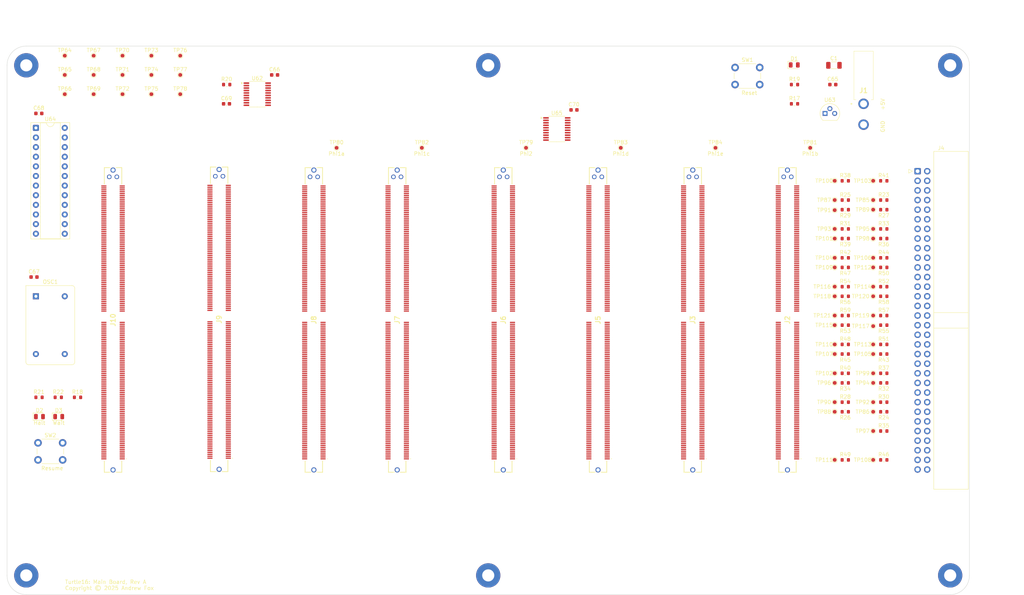
<source format=kicad_pcb>
(kicad_pcb (version 20241229) (generator "pcbnew") (generator_version "9.0")
  (title_block (title "Turtle16: Main Board") (date "2025-07-01") (rev "A") (comment 4 "Processor board of the Turtle16 sixteen-bit microcomputer"))
  (layers (0 "F.Cu" signal) (4 "In1.Cu" power) (6 "In2.Cu" signal) (8 "In3.Cu" power) (10 "In4.Cu" power) (12 "In5.Cu" signal) (14 "In6.Cu" power) (2 "B.Cu" signal) (13 "F.Paste" user) (15 "B.Paste" user) (5 "F.SilkS" user "F.Silkscreen") (7 "B.SilkS" user "B.Silkscreen") (1 "F.Mask" user) (3 "B.Mask" user) (25 "Edge.Cuts" user))
  (net 0 "")
  (net 1 "GND")
  (net 2 "VCC")
  (net 3 "/Clock/ButtonRC")
  (net 4 "Net-(D1-K)")
  (net 7 "/IO8")
  (net 8 "/IO6")
  (net 9 "/Addr2")
  (net 10 "/IO0")
  (net 11 "/Addr14")
  (net 12 "/Phi2")
  (net 13 "/~{RST_sync}")
  (net 14 "/IO1")
  (net 15 "/Addr7")
  (net 16 "/Phi1a")
  (net 17 "/Phi1b")
  (net 18 "/Phi1d")
  (net 19 "/IO13")
  (net 20 "/Addr13")
  (net 21 "/Addr8")
  (net 22 "/IO12")
  (net 23 "/Phi1c")
  (net 24 "/Addr1")
  (net 25 "/Addr5")
  (net 26 "/~{MemStore}")
  (net 27 "/~{MemLoad}")
  (net 28 "/Bank2")
  (net 29 "/IO15")
  (net 30 "/Addr4")
  (net 31 "/Addr15")
  (net 32 "/IO3")
  (net 33 "/Addr9")
  (net 34 "/Addr11")
  (net 35 "/Addr6")
  (net 36 "/IO4")
  (net 37 "/IO5")
  (net 38 "/IO11")
  (net 39 "/IO10")
  (net 40 "/Addr12")
  (net 41 "/IO7")
  (net 42 "/IO2")
  (net 45 "/Bank0")
  (net 46 "/IO14")
  (net 47 "/ControlModule/Ins_EX9")
  (net 48 "/ControlModule/Ctl_MEM15")
  (net 49 "/ControlModule/Ctl_MEM14")
  (net 50 "/ControlModule/Ins_EX6")
  (net 51 "/ControlModule/Ctl_EX14")
  (net 52 "/ControlModule/Ctl_EX16")
  (net 53 "/ControlModule/Ctl_EX8")
  (net 54 "/ControlModule/Ctl_EX13")
  (net 55 "/ControlModule/Ins_EX10")
  (net 56 "/ControlModule/Ins_EX2")
  (net 57 "/ControlModule/Ctl_EX9")
  (net 58 "/ControlModule/Ctl_EX1")
  (net 59 "/ControlModule/Ctl_EX15")
  (net 60 "/ControlModule/Ctl_EX19")
  (net 61 "/ControlModule/Ctl_EX10")
  (net 62 "/ControlModule/Ins_EX7")
  (net 63 "/ControlModule/Ctl_EX3")
  (net 64 "/ControlModule/Ins_EX4")
  (net 65 "/ControlModule/Ins_EX0")
  (net 66 "/ControlModule/Ctl_EX7")
  (net 67 "/ControlModule/Ctl_EX0")
  (net 68 "/ControlModule/Ins_EX1")
  (net 69 "/ControlModule/Ins_EX5")
  (net 70 "/ControlModule/Ctl_EX17")
  (net 71 "/ControlModule/Ctl_EX11")
  (net 72 "/ControlModule/Ctl_EX20")
  (net 73 "/ControlModule/Ctl_EX12")
  (net 74 "/ControlModule/Ins_EX3")
  (net 75 "/ControlModule/Ctl_EX4")
  (net 76 "/ControlModule/Ctl_EX5")
  (net 77 "/ControlModule/Ctl_EX6")
  (net 78 "/ControlModule/Ctl_EX18")
  (net 79 "/ControlModule/Ctl_EX2")
  (net 80 "/ControlModule/Ins_EX8")
  (net 81 "/EXModule/StoreOp_MEM5")
  (net 82 "/EXModule/StoreOp_MEM2")
  (net 83 "/EXModule/StoreOp_MEM0")
  (net 84 "/EXModule/StoreOp_MEM15")
  (net 85 "/EXModule/StoreOp_MEM4")
  (net 86 "/EXModule/StoreOp_MEM12")
  (net 87 "/EXModule/StoreOp_MEM8")
  (net 88 "/EXModule/StoreOp_MEM7")
  (net 89 "/EXModule/StoreOp_MEM13")
  (net 90 "/EXModule/StoreOp_MEM3")
  (net 91 "/EXModule/StoreOp_MEM1")
  (net 92 "/EXModule/StoreOp_MEM9")
  (net 93 "/EXModule/StoreOp_MEM10")
  (net 94 "/EXModule/StoreOp_MEM14")
  (net 95 "/EXModule/StoreOp_MEM11")
  (net 96 "/EXModule/StoreOp_MEM6")
  (net 97 "/BypassModule/Y_MEM8")
  (net 98 "/BypassModule/Y_MEM4")
  (net 100 "/MEMModule/PC12")
  (net 101 "/MEMModule/PC14")
  (net 102 "/MEMModule/PC1")
  (net 103 "/BypassModule/Y_MEM11")
  (net 104 "/BypassModule/Y_MEM12")
  (net 105 "/BypassModule/Y_MEM6")
  (net 106 "/BypassModule/Y_MEM5")
  (net 107 "/BypassModule/Y_MEM14")
  (net 108 "/BypassModule/Y_MEM2")
  (net 109 "/BypassModule/Y_MEM1")
  (net 110 "/BypassModule/Y_MEM9")
  (net 111 "/BypassModule/Y_MEM13")
  (net 112 "/BypassModule/Y_MEM10")
  (net 113 "/BypassModule/Y_MEM7")
  (net 114 "/BypassModule/Y_MEM3")
  (net 115 "/BypassModule/Y_MEM15")
  (net 116 "/BypassModule/Y_MEM0")
  (net 117 "/ControlModule/SelC_MEM0")
  (net 118 "/ControlModule/Ctl_MEM19")
  (net 119 "/MEMModule/Ctl_WB17")
  (net 120 "/MEMModule/SelC_WB0")
  (net 121 "/ControlModule/Ctl_MEM17")
  (net 122 "/ControlModule/Ctl_MEM20")
  (net 123 "/ControlModule/SelC_MEM2")
  (net 124 "/MEMModule/Ctl_WB19")
  (net 125 "/MEMModule/Ctl_WB18")
  (net 126 "/ControlModule/Ctl_MEM18")
  (net 127 "/MEMModule/SelC_WB2")
  (net 128 "/MEMModule/Ctl_WB20")
  (net 129 "/MEMModule/SelC_WB1")
  (net 130 "/ControlModule/SelC_MEM1")
  (net 134 "/ControlModule/STALL")
  (net 136 "/MEMModule/StoreOp_WB13")
  (net 137 "/MEMModule/StoreOp_WB0")
  (net 138 "/MEMModule/StoreOp_WB15")
  (net 139 "/MEMModule/StoreOp_WB7")
  (net 140 "/MEMModule/StoreOp_WB3")
  (net 141 "/MEMModule/StoreOp_WB8")
  (net 142 "/MEMModule/StoreOp_WB11")
  (net 143 "/MEMModule/StoreOp_WB14")
  (net 144 "/MEMModule/StoreOp_WB1")
  (net 145 "/MEMModule/StoreOp_WB9")
  (net 146 "/MEMModule/StoreOp_WB4")
  (net 147 "/MEMModule/StoreOp_WB5")
  (net 148 "/MEMModule/StoreOp_WB2")
  (net 149 "/MEMModule/StoreOp_WB6")
  (net 150 "/MEMModule/StoreOp_WB12")
  (net 151 "/MEMModule/StoreOp_WB10")
  (net 152 "/MEMModule/Y_WB15")
  (net 153 "/MEMModule/Y_WB10")
  (net 154 "/MEMModule/Y_WB1")
  (net 155 "/MEMModule/Y_WB5")
  (net 156 "/MEMModule/Y_WB11")
  (net 157 "/MEMModule/Y_WB12")
  (net 158 "/MEMModule/Y_WB8")
  (net 159 "/MEMModule/Y_WB2")
  (net 160 "/MEMModule/Y_WB3")
  (net 161 "/MEMModule/Y_WB13")
  (net 162 "/MEMModule/Y_WB4")
  (net 163 "/MEMModule/Y_WB9")
  (net 164 "/MEMModule/Y_WB7")
  (net 165 "/MEMModule/Y_WB6")
  (net 166 "/MEMModule/Y_WB0")
  (net 167 "/MEMModule/Y_WB14")
  (net 168 "/ControlModule/Ins_ID11")
  (net 169 "/ControlModule/Z")
  (net 170 "/ControlModule/Ins_ID13")
  (net 171 "/ControlModule/Ins_ID14")
  (net 172 "/ControlModule/N")
  (net 173 "/ControlModule/Carry")
  (net 174 "/ControlModule/OVF")
  (net 175 "/ControlModule/Ins_ID15")
  (net 176 "/ControlModule/Ins_ID12")
  (net 177 "/BypassModule/FWD_MEM_TO_A")
  (net 178 "/BypassModule/FWD_EX_TO_B")
  (net 179 "/BypassModule/FWD_EX_TO_A")
  (net 180 "/BypassModule/FWD_B")
  (net 181 "/BypassModule/FWD_A")
  (net 182 "/BypassModule/FWD_MEM_TO_B")
  (net 183 "/ControlModule/Ins_ID5")
  (net 184 "/ControlModule/Ins_ID6")
  (net 185 "/ControlModule/Ins_ID7")
  (net 186 "/ControlModule/Ins_ID4")
  (net 187 "/ControlModule/Ins_ID2")
  (net 188 "/ControlModule/Ins_ID3")
  (net 189 "/ControlModule/Ins_ID1")
  (net 190 "/ControlModule/Ins_ID0")
  (net 191 "/ControlModule/Ins_ID9")
  (net 192 "/ControlModule/Ins_ID10")
  (net 193 "/ControlModule/Ins_ID8")
  (net 194 "/MEMModule/PC15")
  (net 195 "/MEMModule/PC7")
  (net 196 "/MEMModule/PC8")
  (net 197 "/MEMModule/PC11")
  (net 198 "/MEMModule/PC3")
  (net 199 "/MEMModule/PC10")
  (net 200 "/MEMModule/PC9")
  (net 201 "/MEMModule/PC0")
  (net 202 "/MEMModule/PC4")
  (net 203 "/MEMModule/PC6")
  (net 204 "/Bank1")
  (net 205 "/Addr3")
  (net 206 "/MEMModule/PC13")
  (net 207 "/MEMModule/PC2")
  (net 208 "/MEMModule/PC5")
  (net 215 "/BypassModule/RegisterA9")
  (net 216 "/BypassModule/RegisterA14")
  (net 217 "/BypassModule/RegisterA7")
  (net 218 "/BypassModule/RegisterA1")
  (net 219 "/BypassModule/RegisterA13")
  (net 220 "/BypassModule/RegisterA5")
  (net 221 "/BypassModule/RegisterA3")
  (net 222 "/BypassModule/RegisterA6")
  (net 223 "/BypassModule/RegisterA11")
  (net 224 "/BypassModule/RegisterA4")
  (net 225 "/BypassModule/RegisterA8")
  (net 226 "/BypassModule/RegisterA2")
  (net 227 "/BypassModule/RegisterA10")
  (net 228 "/BypassModule/RegisterA15")
  (net 229 "/BypassModule/RegisterA12")
  (net 230 "/BypassModule/RegisterA0")
  (net 231 "/BypassModule/RegisterB2")
  (net 232 "/BypassModule/RegisterB10")
  (net 233 "/BypassModule/RegisterB9")
  (net 234 "/BypassModule/RegisterB4")
  (net 235 "/BypassModule/RegisterB7")
  (net 236 "/BypassModule/RegisterB13")
  (net 237 "/BypassModule/RegisterB0")
  (net 238 "/BypassModule/RegisterB3")
  (net 239 "/BypassModule/RegisterB8")
  (net 240 "/BypassModule/RegisterB1")
  (net 241 "/BypassModule/RegisterB11")
  (net 242 "/BypassModule/RegisterB15")
  (net 243 "/BypassModule/RegisterB12")
  (net 244 "/BypassModule/RegisterB6")
  (net 245 "/BypassModule/RegisterB5")
  (net 246 "/BypassModule/RegisterB14")
  (net 247 "/BypassModule/Y_EX15")
  (net 248 "/BypassModule/B7")
  (net 249 "/BypassModule/B1")
  (net 250 "/BypassModule/B6")
  (net 251 "/BypassModule/B9")
  (net 252 "/BypassModule/B14")
  (net 253 "/BypassModule/B11")
  (net 254 "/BypassModule/B10")
  (net 255 "/BypassModule/B3")
  (net 256 "/BypassModule/B5")
  (net 257 "/BypassModule/B8")
  (net 258 "/BypassModule/B15")
  (net 259 "/BypassModule/B12")
  (net 260 "/BypassModule/B0")
  (net 261 "/BypassModule/B13")
  (net 262 "/BypassModule/B4")
  (net 263 "/BypassModule/B2")
  (net 264 "/EXModule/PC_EX13")
  (net 265 "/EXModule/PC_EX14")
  (net 266 "/EXModule/PC_EX10")
  (net 267 "/EXModule/PC_EX5")
  (net 268 "/EXModule/PC_EX2")
  (net 269 "/EXModule/PC_EX8")
  (net 270 "/EXModule/PC_EX3")
  (net 271 "/EXModule/PC_EX9")
  (net 272 "/EXModule/PC_EX0")
  (net 273 "/EXModule/PC_EX4")
  (net 274 "/EXModule/PC_EX15")
  (net 275 "/EXModule/PC_EX11")
  (net 276 "/EXModule/PC_EX6")
  (net 277 "/EXModule/PC_EX7")
  (net 278 "/EXModule/PC_EX12")
  (net 279 "/EXModule/PC_EX1")
  (net 280 "/BypassModule/A3")
  (net 281 "/BypassModule/Y_EX11")
  (net 282 "/BypassModule/A11")
  (net 283 "/BypassModule/Y_EX13")
  (net 284 "/BypassModule/Y_EX0")
  (net 285 "/BypassModule/Y_EX8")
  (net 286 "/BypassModule/Y_EX3")
  (net 287 "/BypassModule/A10")
  (net 288 "/BypassModule/A0")
  (net 289 "/BypassModule/A7")
  (net 290 "/BypassModule/Y_EX4")
  (net 291 "/BypassModule/Y_EX5")
  (net 292 "/BypassModule/A2")
  (net 293 "/BypassModule/Y_EX12")
  (net 294 "/BypassModule/A1")
  (net 295 "/BypassModule/A6")
  (net 296 "/BypassModule/A15")
  (net 297 "/BypassModule/A12")
  (net 298 "/BypassModule/A13")
  (net 299 "/BypassModule/Y_EX2")
  (net 300 "/BypassModule/A5")
  (net 301 "/BypassModule/Y_EX14")
  (net 302 "/BypassModule/A9")
  (net 303 "/BypassModule/Y_EX1")
  (net 304 "/BypassModule/A4")
  (net 305 "/BypassModule/A14")
  (net 306 "/BypassModule/A8")
  (net 307 "/BypassModule/Y_EX10")
  (net 308 "/BypassModule/Y_EX7")
  (net 309 "/BypassModule/Y_EX6")
  (net 310 "/BypassModule/Y_EX9")
  (net 311 "/ControlModule/Ctl_MEM16")
  (net 316 "/Clock/PowerLED")
  (net 317 "/Clock/HaltLED")
  (net 318 "/Phi1e")
  (net 319 "Net-(D2-K)")
  (net 320 "Net-(D3-K)")
  (net 321 "/Clock/WaitLED")
  (net 322 "/Phi2_Bus")
  (net 323 "/~{HLT_Bus}")
  (net 324 "/Phi1_Bus")
  (net 326 "/Clock/RawClock")
  (net 327 "Net-(U63-VDD)")
  (net 328 "Net-(R18-Pad2)")
  (net 329 "/Clock/Button0")
  (net 330 "/Phi2u")
  (net 331 "/Clock/Phi0")
  (net 332 "/Phi1u")
  (net 333 "/Clock/~{RST_async}")
  (net 334 "/Clock/Phi1_0")
  (net 335 "/Clock/Phi2_0")
  (net 336 "/Clock/{slash}RST_sync0")
  (net 351 "/Addr10")
  (net 352 "/IO9")
  (net 353 "/Addr0")
  (net 354 "/MEMModule/Ins_IF0")
  (net 355 "/MEMModule/Ins_IF1")
  (net 356 "/MEMModule/Ins_IF2")
  (net 357 "/MEMModule/Ins_IF3")
  (net 358 "/MEMModule/Ins_IF4")
  (net 359 "/MEMModule/Ins_IF5")
  (net 360 "/MEMModule/Ins_IF6")
  (net 361 "/MEMModule/Ins_IF7")
  (net 362 "/MEMModule/Ins_IF8")
  (net 363 "/MEMModule/Ins_IF9")
  (net 364 "/MEMModule/Ins_IF10")
  (net 365 "/MEMModule/Ins_IF11")
  (net 366 "/MEMModule/Ins_IF12")
  (net 367 "/MEMModule/Ins_IF13")
  (net 368 "/MEMModule/Ins_IF14")
  (net 369 "/MEMModule/Ins_IF15")
  (net 370 "/MEMModule/FLUSH_IF")
  (footprint "TestPoint:TestPoint_Pad_D1.0mm" (layer "F.Cu") (at 261.62 96.52)
    (property "Reference" "TP106")
    (property "Value" "Addr9")
  )
  (footprint "MountingHole:MountingHole_3.2mm_M3_Pad" (layer "F.Cu") (at 160.02 45.72)
    (property "Reference" "H5" (hide yes))
    (property "Value" "MountingHole_Pad")
  )
  (footprint "LED_SMD:LED_0805_2012Metric" (layer "F.Cu") (at 41.5775 138.43)
    (property "Reference" "D2")
    (property "Value" "Halt")
  )
  (footprint "Turtle16:MEC514001LDVW1K" (layer "F.Cu") (at 239 112.925 90)
    (property "Reference" "J2")
    (property "Value" "MEC5-140-01-L-DV-W1-K" (hide yes))
  )
  (footprint "TestPoint:TestPoint_Pad_D1.0mm" (layer "F.Cu") (at 261.62 149.86)
    (property "Reference" "TP108")
    (property "Value" "~{MemStore}")
  )
  (footprint "MountingHole:MountingHole_3.2mm_M3_Pad" (layer "F.Cu") (at 38.1 45.72)
    (property "Reference" "H1" (hide yes))
    (property "Value" "MountingHole_Pad")
  )
  (footprint "Turtle16:MEC514001LDVW1K" (layer "F.Cu") (at 61 112.925 90)
    (property "Reference" "J10")
    (property "Value" "MEC5-140-01-L-DV-W1-K" (hide yes))
  )
  (footprint "TestPoint:TestPoint_Pad_D1.0mm" (layer "F.Cu") (at 251.46 129.54 180)
    (property "Reference" "TP96")
    (property "Value" "IO5")
  )
  (footprint "Resistor_SMD:R_0603_1608Metric" (layer "F.Cu") (at 264.414 121.92)
    (property "Reference" "R43")
    (property "Value" "10K")
  )
  (footprint "TestPoint:TestPoint_Pad_D1.0mm" (layer "F.Cu") (at 142.5 67.5)
    (property "Reference" "TP82")
    (property "Value" "Phi1c")
  )
  (footprint "Turtle16:MEC514001LDVW1K" (layer "F.Cu") (at 164 112.925 90)
    (property "Reference" "J6")
    (property "Value" "MEC5-140-01-L-DV-W1-K" (hide yes))
  )
  (footprint "TestPoint:TestPoint_Pad_D1.0mm" (layer "F.Cu") (at 120 67.5)
    (property "Reference" "TP80")
    (property "Value" "Phi1a")
  )
  (footprint "Resistor_SMD:R_0603_1608Metric" (layer "F.Cu") (at 254.254 99.06)
    (property "Reference" "R47")
    (property "Value" "10K")
  )
  (footprint "Capacitor_SMD:C_0603_1608Metric" (layer "F.Cu") (at 250.965 50.8)
    (property "Reference" "C65")
    (property "Value" "0.1uF")
  )
  (footprint "TestPoint:TestPoint_Pad_D1.0mm" (layer "F.Cu") (at 48.26 48.26)
    (property "Reference" "TP65")
    (property "Value" "~{RST_sync}")
  )
  (footprint "TestPoint:TestPoint_Pad_D1.0mm" (layer "F.Cu") (at 261.62 106.68 180)
    (property "Reference" "TP120")
    (property "Value" "Addr15")
  )
  (footprint "TestPoint:TestPoint_Pad_D1.0mm" (layer "F.Cu") (at 251.46 91.44 180)
    (property "Reference" "TP101")
    (property "Value" "Addr7")
  )
  (footprint "TestPoint:TestPoint_Pad_D1.0mm" (layer "F.Cu") (at 251.46 76.2)
    (property "Reference" "TP100")
    (property "Value" "Bank1")
  )
  (footprint "TestPoint:TestPoint_Pad_D1.0mm" (layer "F.Cu") (at 261.62 127)
    (property "Reference" "TP99")
    (property "Value" "IO6")
  )
  (footprint "Package_SO:TSSOP-20_4.4x6.5mm_P0.65mm" (layer "F.Cu") (at 99.06 53.34)
    (property "Reference" "U62")
    (property "Value" "74AHCT245")
  )
  (footprint "Turtle16:MEC514001LDVW1K" (layer "F.Cu") (at 114 112.925 90)
    (property "Reference" "J8")
    (property "Value" "MEC5-140-01-L-DV-W1-K" (hide yes))
  )
  (footprint "Resistor_SMD:R_0603_1608Metric" (layer "F.Cu") (at 264.414 96.52)
    (property "Reference" "R44")
    (property "Value" "10K")
  )
  (footprint "Resistor_SMD:R_0603_1608Metric" (layer "F.Cu") (at 254.254 114.3)
    (property "Reference" "R53")
    (property "Value" "10K")
  )
  (footprint "Resistor_SMD:R_0603_1608Metric" (layer "F.Cu") (at 254.254 104.14)
    (property "Reference" "R54")
    (property "Value" "10K")
  )
  (footprint "MountingHole:MountingHole_3.2mm_M3_Pad" (layer "F.Cu") (at 281.94 45.72)
    (property "Reference" "H4" (hide yes))
    (property "Value" "MountingHole_Pad")
  )
  (footprint "TestPoint:TestPoint_Pad_D1.0mm" (layer "F.Cu") (at 251.46 127)
    (property "Reference" "TP102")
    (property "Value" "IO7")
  )
  (footprint "Resistor_SMD:R_0603_1608Metric" (layer "F.Cu") (at 264.414 142.24)
    (property "Reference" "R35")
    (property "Value" "10K")
  )
  (footprint "TestPoint:TestPoint_Pad_D1.0mm" (layer "F.Cu") (at 251.46 83.947 180)
    (property "Reference" "TP91")
    (property "Value" "Addr3")
  )
  (footprint "Resistor_SMD:R_0603_1608Metric" (layer "F.Cu") (at 264.414 106.68)
    (property "Reference" "R58")
    (property "Value" "10K")
  )
  (footprint "TestPoint:TestPoint_Pad_D1.0mm" (layer "F.Cu") (at 261.62 142.24)
    (property "Reference" "TP97")
    (property "Value" "Bank0")
  )
  (footprint "Resistor_SMD:R_0603_1608Metric" (layer "F.Cu") (at 264.414 119.38)
    (property "Reference" "R51")
    (property "Value" "10K")
  )
  (footprint "TestPoint:TestPoint_Pad_D1.0mm" (layer "F.Cu") (at 251.46 99.06 180)
    (property "Reference" "TP109")
    (property "Value" "Addr10")
  )
  (footprint "Resistor_SMD:R_0603_1608Metric" (layer "F.Cu") (at 254.254 76.2)
    (property "Reference" "R38")
    (property "Value" "10K")
  )
  (footprint "TestPoint:TestPoint_Pad_D1.0mm" (layer "F.Cu") (at 55.88 43.18)
    (property "Reference" "TP67")
    (property "Value" "Phi2")
  )
  (footprint "Resistor_SMD:R_0603_1608Metric" (layer "F.Cu") (at 254.254 149.86)
    (property "Reference" "R49")
    (property "Value" "1K")
  )
  (footprint "Button_Switch_THT:SW_PUSH_6mm_H5mm" (layer "F.Cu") (at 225.17 46.3)
    (property "Reference" "SW1")
    (property "Value" "Reset")
  )
  (footprint "TestPoint:TestPoint_Pad_D1.0mm" (layer "F.Cu") (at 261.62 104.14)
    (property "Reference" "TP114")
    (property "Value" "Addr12")
  )
  (footprint "TestPoint:TestPoint_Pad_D1.0mm" (layer "F.Cu") (at 251.46 121.92 180)
    (property "Reference" "TP107")
    (property "Value" "IO9")
  )
  (footprint "TestPoint:TestPoint_Pad_D1.0mm" (layer "F.Cu") (at 261.62 88.9)
    (property "Reference" "TP95")
    (property "Value" "Addr5")
  )
  (footprint "Resistor_SMD:R_0603_1608Metric" (layer "F.Cu") (at 254.254 83.82)
    (property "Reference" "R29")
    (property "Value" "10K")
  )
  (footprint "TestPoint:TestPoint_Pad_D1.0mm" (layer "F.Cu") (at 261.62 121.92 180)
    (property "Reference" "TP105")
    (property "Value" "IO8")
  )
  (footprint "TestPoint:TestPoint_Pad_D1.0mm" (layer "F.Cu") (at 78.74 53.34)
    (property "Reference" "TP78")
    (property "Value" "TP")
  )
  (footprint "Resistor_SMD:R_0603_1608Metric" (layer "F.Cu") (at 254.254 96.52)
    (property "Reference" "R42")
    (property "Value" "10K")
  )
  (footprint "Resistor_SMD:R_0603_1608Metric" (layer "F.Cu") (at 264.414 149.86)
    (property "Reference" "R46")
    (property "Value" "1K")
  )
  (footprint "Package_DIP:DIP-24_W7.62mm_Socket" (layer "F.Cu") (at 40.64 62.23)
    (property "Reference" "U64")
    (property "Value" "ATF22V10C")
  )
  (footprint "MountingHole:MountingHole_3.2mm_M3_Pad" (layer "F.Cu") (at 160.02 180.34)
    (property "Reference" "H6" (hide yes))
    (property "Value" "MountingHole_Pad")
  )
  (footprint "Turtle16:MEC514001LDVW1K" (layer "F.Cu") (at 214 112.925 90)
    (property "Reference" "J3")
    (property "Value" "MEC5-140-01-L-DV-W1-K" (hide yes))
  )
  (footprint "TestPoint:TestPoint_Pad_D1.0mm" (layer "F.Cu") (at 195 67.5)
    (property "Reference" "TP83")
    (property "Value" "Phi1d")
  )
  (footprint "TestPoint:TestPoint_Pad_D1.0mm" (layer "F.Cu") (at 261.62 111.76)
    (property "Reference" "TP119")
    (property "Value" "IO14")
  )
  (footprint "TestPoint:TestPoint_Pad_D1.0mm" (layer "F.Cu") (at 251.46 106.68 180)
    (property "Reference" "TP118")
    (property "Value" "Addr14")
  )
  (footprint "Resistor_SMD:R_0603_1608Metric" (layer "F.Cu") (at 264.414 83.82)
    (property "Reference" "R27")
    (property "Value" "10K")
  )
  (footprint "Capacitor_SMD:C_0603_1608Metric" (layer "F.Cu") (at 41.415 58.42)
    (property "Reference" "C68")
    (property "Value" "0.1uF")
  )
  (footprint "Resistor_SMD:R_0603_1608Metric" (layer "F.Cu") (at 254.254 121.92)
    (property "Reference" "R45")
    (property "Value" "10K")
  )
  (footprint "TestPoint:TestPoint_Pad_D1.0mm" (layer "F.Cu") (at 63.5 53.34)
    (property "Reference" "TP72")
    (property "Value" "Phi1")
  )
  (footprint "TestPoint:TestPoint_Pad_D1.0mm" (layer "F.Cu") (at 220 67.5)
    (property "Reference" "TP84")
    (property "Value" "Phi1e")
  )
  (footprint "TestPoint:TestPoint_Pad_D1.0mm" (layer "F.Cu") (at 63.5 48.26)
    (property "Reference" "TP71")
    (property "Value" "Phi2")
  )
  (footprint "TestPoint:TestPoint_Pad_D1.0mm" (layer "F.Cu") (at 48.26 43.18)
    (property "Reference" "TP64")
    (property "Value" "RawClock")
  )
  (footprint "TestPoint:TestPoint_Pad_D1.0mm" (layer "F.Cu") (at 261.62 119.38)
    (property "Reference" "TP113")
    (property "Value" "IO11")
  )
  (footprint "Resistor_SMD:R_0603_1608Metric" (layer "F.Cu") (at 240.855 55.88)
    (property "Reference" "R17")
    (property "Value" "1K")
  )
  (footprint "TestPoint:TestPoint_Pad_D1.0mm" (layer "F.Cu") (at 261.62 99.06 180)
    (property "Reference" "TP112")
    (property "Value" "Addr11")
  )
  (footprint "TestPoint:TestPoint_Pad_D1.0mm" (layer "F.Cu") (at 71.12 53.34)
    (property "Reference" "TP75")
    (property "Value" "~")
  )
  (footprint "Resistor_SMD:R_0603_1608Metric" (layer "F.Cu") (at 264.414 114.3)
    (property "Reference" "R55")
    (property "Value" "10K")
  )
  (footprint "TestPoint:TestPoint_Pad_D1.0mm" (layer "F.Cu") (at 78.74 48.26)
    (property "Reference" "TP77")
    (property "Value" "TP")
  )
  (footprint "Capacitor_SMD:C_0603_1608Metric" (layer "F.Cu") (at 103.645 48.26)
    (property "Reference" "C66")
    (property "Value" "0.1uF")
  )
  (footprint "TestPoint:TestPoint_Pad_D1.0mm" (layer "F.Cu") (at 251.46 149.86)
    (property "Reference" "TP111")
    (property "Value" "~{MemLoad}")
  )
  (footprint "Capacitor_SMD:C_0603_1608Metric" (layer "F.Cu") (at 182.6514 57.4918)
    (property "Reference" "C70")
    (property "Value" "0.1uF")
  )
  (footprint "TestPoint:TestPoint_Pad_D1.0mm" (layer "F.Cu") (at 261.62 114.554 180)
    (property "Reference" "TP117")
    (property "Value" "IO13")
  )
  (footprint "TestPoint:TestPoint_Pad_D1.0mm" (layer "F.Cu") (at 261.62 83.82 180)
    (property "Reference" "TP89")
    (property "Value" "Addr2")
  )
  (footprint "TestPoint:TestPoint_Pad_D1.0mm" (layer "F.Cu") (at 55.88 48.26)
    (property "Reference" "TP68")
    (property "Value" "Phi0")
  )
  (footprint "TestPoint:TestPoint_Pad_D1.0mm" (layer "F.Cu") (at 55.88 53.34)
    (property "Reference" "TP69")
    (property "Value" "Phi1")
  )
  (footprint "TestPoint:TestPoint_Pad_D1.0mm" (layer "F.Cu") (at 251.46 111.76)
    (property "Reference" "TP121")
    (property "Value" "IO15")
  )
  (footprint "LED_SMD:LED_0805_2012Metric" (layer "F.Cu") (at 240.79 45.6178)
    (property "Reference" "D1")
    (property "Value" "Power OK")
  )
  (footprint "TestPoint:TestPoint_Pad_D1.0mm" (layer "F.Cu") (at 63.5 43.18)
    (property "Reference" "TP70")
    (property "Value" "Phi2")
  )
  (footprint "Resistor_SMD:R_0603_1608Metric" (layer "F.Cu") (at 264.414 99.06)
    (property "Reference" "R50")
    (property "Value" "10K")
  )
  (footprint "MountingHole:MountingHole_3.2mm_M3_Pad" (layer "F.Cu") (at 38.1 180.34)
    (property "Reference" "H3" (hide yes))
    (property "Value" "MountingHole_Pad")
  )
  (footprint "Resistor_SMD:R_0603_1608Metric" (layer "F.Cu") (at 254.254 106.68)
    (property "Reference" "R56")
    (property "Value" "10K")
  )
  (footprint "TestPoint:TestPoint_Pad_D1.0mm" (layer "F.Cu") (at 261.62 134.62)
    (property "Reference" "TP92")
    (property "Value" "IO3")
  )
  (footprint "Resistor_SMD:R_0603_1608Metric" (layer "F.Cu") (at 264.414 134.62)
    (property "Reference" "R30")
    (property "Value" "10K")
  )
  (footprint "Resistor_SMD:R_0603_1608Metric" (layer "F.Cu") (at 254.254 111.76)
    (property "Reference" "R59")
    (property "Value" "10K")
  )
  (footprint "Turtle16:MEC514001LDVW1K" (layer "F.Cu") (at 189 112.925 90)
    (property "Reference" "J5")
    (property "Value" "MEC5-140-01-L-DV-W1-K" (hide yes))
  )
  (footprint "TestPoint:TestPoint_Pad_D1.0mm" (layer "F.Cu") (at 251.46 114.3 180)
    (property "Reference" "TP115")
    (property "Value" "IO12")
  )
  (footprint "TestPoint:TestPoint_Pad_D1.0mm" (layer "F.Cu") (at 251.46 137.16 180)
    (property "Reference" "TP88")
    (property "Value" "IO1")
  )
  (footprint "Connector_IDC:IDC-Header_2x32_P2.54mm_Horizontal" (layer "F.Cu") (at 273.339 73.66)
    (property "Reference" "J4")
    (property "Value" "71922-164LF")
  )
  (footprint "Package_SO:TSSOP-20_4.4x6.5mm_P0.65mm" (layer "F.Cu") (at 178.1225 62.525)
    (property "Reference" "U65")
    (property "Value" "74AHCT245")
  )
  (footprint "Resistor_SMD:R_0603_1608Metric" (layer "F.Cu") (at 46.545 133.35)
    (property "Reference" "R22")
    (property "Value" "270R")
  )
  (footprint "TestPoint:TestPoint_Pad_D1.0mm" (layer "F.Cu") (at 251.46 81.28)
    (property "Reference" "TP87")
    (property "Value" "Addr1")
  )
  (footprint "TestPoint:TestPoint_Pad_D1.0mm" (layer "F.Cu") (at 261.62 76.2)
    (property "Reference" "TP103")
    (property "Value" "Bank2")
  )
  (footprint "Package_TO_SOT_THT:TO-92" (layer "F.Cu") (at 248.92 58.42)
    (property "Reference" "U63")
    (property "Value" "MCP100-450D")
  )
  (footprint "TestPoint:TestPoint_Pad_D1.0mm" (layer "F.Cu") (at 251.46 96.52)
    (property "Reference" "TP104")
    (property "Value" "Addr8")
  )
  (footprint "Resistor_SMD:R_0603_1608Metric" (layer "F.Cu") (at 264.414 104.14)
    (property "Reference" "R52")
    (property "Value" "10K")
  )
  (footprint "TestPoint:TestPoint_Pad_D1.0mm" (layer "F.Cu") (at 48.26 53.34)
    (property "Reference" "TP66")
    (property "Value" "Debounced")
  )
  (footprint "TestPoint:TestPoint_Pad_D1.0mm" (layer "F.Cu") (at 170 67.5)
    (property "Reference" "TP79")
    (property "Value" "Phi2")
  )
  (footprint "LED_SMD:LED_0805_2012Metric" (layer "F.Cu") (at 46.6575 138.43)
    (property "Reference" "D3")
    (property "Value" "Wait")
  )
  (footprint "Resistor_SMD:R_0603_1608Metric" (layer "F.Cu") (at 254.254 129.54)
    (property "Reference" "R34")
    (property "Value" "10K")
  )
  (footprint "Resistor_SMD:R_0603_1608Metric" (layer "F.Cu") (at 264.414 88.9)
    (property "Reference" "R33")
    (property "Value" "10K")
  )
  (footprint "Resistor_SMD:R_0603_1608Metric" (layer "F.Cu") (at 264.414 111.76)
    (property "Reference" "R57")
    (property "Value" "10K")
  )
  (footprint "Capacitor_SMD:C_1206_3216Metric" (layer "F.Cu") (at 251.255 45.72)
    (property "Reference" "C1")
    (property "Value" "100uF")
  )
  (footprint "TestPoint:TestPoint_Pad_D1.0mm" (layer "F.Cu") (at 261.62 137.16 180)
    (property "Reference" "TP86")
    (property "Value" "IO0")
  )
  (footprint "Capacitor_SMD:C_0603_1608Metric" (layer "F.Cu") (at 40.145 101.6)
    (property "Reference" "C67")
    (property "Value" "0.1uF")
  )
  (footprint "Resistor_SMD:R_0603_1608Metric" (layer "F.Cu") (at 254.254 91.44)
    (property "Reference" "R39")
    (property "Value" "10K")
  )
  (footprint "Resistor_SMD:R_0603_1608Metric" (layer "F.Cu") (at 90.995 50.8)
    (property "Reference" "R20")
    (property "Value" "1K")
  )
  (footprint "TestPoint:TestPoint_Pad_D1.0mm" (layer "F.Cu") (at 251.46 104.14)
    (property "Reference" "TP116")
    (property "Value" "Addr13")
  )
  (footprint "TestPoint:TestPoint_Pad_D1.0mm" (layer "F.Cu") (at 251.46 88.9)
    (property "Reference" "TP93")
    (property "Value" "Addr4")
  )
  (footprint "TestPoint:TestPoint_Pad_D1.0mm" (layer "F.Cu") (at 251.46 119.38)
    (property "Reference" "TP110")
    (property "Value" "IO10")
  )
  (footprint "Button_Switch_THT:SW_PUSH_6mm_H5mm" (layer "F.Cu") (at 41.2 145.36)
    (property "Reference" "SW2")
    (property "Value" "Resume")
  )
  (footprint "TestPoint:TestPoint_Pad_D1.0mm" (layer "F.Cu") (at 261.62 91.44 180)
    (property "Reference" "TP98")
    (property "Value" "Addr6")
  )
  (footprint "Resistor_SMD:R_0603_1608Metric" (layer "F.Cu") (at 41.465 133.35)
    (property "Reference" "R21")
    (property "Value" "270R")
  )
  (footprint "Resistor_SMD:R_0603_1608Metric" (layer "F.Cu") (at 264.414 81.28)
    (property "Reference" "R23")
    (property "Value" "10K")
  )
  (footprint "Resistor_SMD:R_0603_1608Metric" (layer "F.Cu") (at 254.254 137.16)
    (property "Reference" "R26")
    (property "Value" "10K")
  )
  (footprint "Resistor_SMD:R_0603_1608Metric" (layer "F.Cu") (at 254.254 134.62)
    (property "Reference" "R28")
    (property "Value" "10K")
  )
  (footprint "Resistor_SMD:R_0603_1608Metric" (layer "F.Cu") (at 254.254 88.9)
    (property "Reference" "R31")
    (property "Value" "10K")
  )
  (footprint "Resistor_SMD:R_0603_1608Metric" (layer "F.Cu") (at 264.414 76.2)
    (property "Reference" "R41")
    (property "Value" "10K")
  )
  (footprint "Turtle16:172448-0002" (layer "F.Cu") (at 259.08 55.88 180)
    (property "Reference" "J1")
    (property "Value" "Power" (hide yes))
  )
  (footprint "Resistor_SMD:R_0603_1608Metric" (layer "F.Cu") (at 264.414 127)
    (property "Reference" "R37")
    (property "Value" "10K")
  )
  (footprint "TestPoint:TestPoint_Pad_D1.0mm" (layer "F.Cu") (at 261.62 81.28)
    (property "Reference" "TP85")
    (property "Value" "Addr0")
  )
  (footprint "Turtle16:MEC514001LDVW1K" (layer "F.Cu") (at 89 112.765 90)
    (property "Reference" "J9")
    (property "Value" "MEC5-140-01-L-DV-W1-K" (hide yes))
  )
  (footprint "Resistor_SMD:R_0603_1608Metric" (layer "F.Cu") (at 254.254 119.38)
    (property "Reference" "R48")
    (property "Value" "10K")
  )
  (footprint "Resistor_SMD:R_0603_1608Metric" (layer "F.Cu") (at 264.414 137.16)
    (property "Reference" "R24")
    (property "Value" "10K")
  )
  (footprint "Resistor_SMD:R_0603_1608Metric" (layer "F.Cu") (at 254.254 81.28 180)
    (property "Reference" "R25")
    (property "Value" "10K")
  )
  (footprint "Resistor_SMD:R_0603_1608Metric" (layer "F.Cu") (at 264.414 91.44)
    (property "Reference" "R36")
    (property "Value" "10K")
  )
  (footprint "MountingHole:MountingHole_3.2mm_M3_Pad" (layer "F.Cu") (at 281.94 180.34)
    (property "Reference" "H2" (hide yes))
    (property "Value" "MountingHole_Pad")
  )
  (footprint "TestPoint:TestPoint_Pad_D1.0mm" (layer "F.Cu") (at 71.12 48.26)
    (property "Reference" "TP74")
    (property "Value" "Resume")
  )
  (footprint "Resistor_SMD:R_0603_1608Metric" (layer "F.Cu") (at 264.414 129.54)
    (property "Reference" "R32")
    (property "Value" "10K")
  )
  (footprint "Resistor_SMD:R_0603_1608Metric" (layer "F.Cu") (at 240.855 50.8)
    (property "Reference" "R19")
    (property "Value" "270R")
  )
  (footprint "Resistor_SMD:R_0603_1608Metric" (layer "F.Cu") (at 51.625 133.35)
    (property "Reference" "R18")
    (property "Value" "10K")
  )
  (footprint "Resistor_SMD:R_0603_1608Metric" (layer "F.Cu") (at 254.254 127)
    (property "Reference" "R40")
    (property "Value" "10K")
  )
  (footprint "Turtle16:MEC514001LDVW1K" (layer "F.Cu") (at 136 112.925 90)
    (property "Reference" "J7")
    (property "Value" "MEC5-140-01-L-DV-W1-K" (hide yes))
  )
  (footprint "Capacitor_SMD:C_0603_1608Metric" (layer "F.Cu") (at 90.945 55.88)
    (property "Reference" "C69")
    (property "Value" "1uF")
  )
  (footprint "TestPoint:TestPoint_Pad_D1.0mm" (layer "F.Cu") (at 251.46 134.62)
    (property "Reference" "TP90")
    (property "Value" "IO2")
  )
  (footprint "TestPoint:TestPoint_Pad_D1.0mm" (layer "F.Cu") (at 78.74 43.18)
    (property "Reference" "TP76")
    (property "Value" "TP")
  )
  (footprint "TestPoint:TestPoint_Pad_D1.0mm" (layer "F.Cu") (at 71.12 43.18)
    (property "Reference" "TP73")
    (property "Value" "~{RST_async}")
  )
  (footprint "Oscillator:Oscillator_DIP-14" (layer "F.Cu") (at 40.64 106.68 -90)
    (property "Reference" "OSC1")
    (property "Value" "25.175 MHz")
  )
  (footprint "TestPoint:TestPoint_Pad_D1.0mm" (layer "F.Cu") (at 245 67.5)
    (property "Reference" "TP81")
    (property "Value" "Phi1b")
  )
  (footprint "TestPoint:TestPoint_Pad_D1.0mm" (layer "F.Cu") (at 261.62 129.54 180)
    (property "Reference" "TP94")
    (property "Value" "IO4")
  )
  (gr_line (start 281.94 185.42) (end 38.1 185.42) (stroke (width 0.1)) (layer "Edge.Cuts"))
  (gr_arc (start 38.1 185.42) (mid 34.507898 183.932102) (end 33.02 180.34) (stroke (width 0.1)) (layer "Edge.Cuts"))
  (gr_arc (start 33.02 45.72) (mid 34.507898 42.127898) (end 38.1 40.64) (stroke (width 0.1)) (layer "Edge.Cuts"))
  (gr_arc (start 287.02 180.34) (mid 285.532102 183.932102) (end 281.94 185.42) (stroke (width 0.1)) (layer "Edge.Cuts"))
  (gr_arc (start 281.94 40.64) (mid 285.532102 42.127898) (end 287.02 45.72) (stroke (width 0.1)) (layer "Edge.Cuts"))
  (gr_line (start 287.02 45.72) (end 287.02 180.34) (stroke (width 0.1)) (layer "Edge.Cuts"))
  (gr_line (start 38.1 40.64) (end 281.94 40.64) (stroke (width 0.1)) (layer "Edge.Cuts"))
  (gr_line (start 33.02 180.34) (end 33.02 45.72) (stroke (width 0.1)) (layer "Edge.Cuts"))
  (gr_text "GND" (at 264.16 63.5 90) (layer "F.SilkS") (effects (font (size 1 1)) (justify left)))
  (gr_text "Turtle16: Main Board, Rev A\nCopyright © 2025 Andrew Fox" (at 48.26 182.88 0) (layer "F.SilkS") (effects (font (size 1 1)) (justify left)))
  (gr_text "+5V" (at 264.16 57.6326 90) (layer "F.SilkS") (effects (font (size 1 1)) (justify left)))
)
</source>
